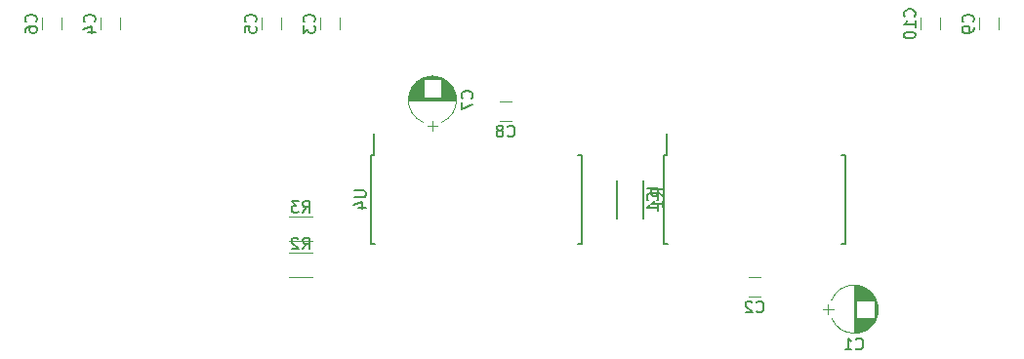
<source format=gbr>
G04 #@! TF.FileFunction,Legend,Bot*
%FSLAX46Y46*%
G04 Gerber Fmt 4.6, Leading zero omitted, Abs format (unit mm)*
G04 Created by KiCad (PCBNEW 4.0.6+dfsg1-1) date Mon Mar  5 09:48:27 2018*
%MOMM*%
%LPD*%
G01*
G04 APERTURE LIST*
%ADD10C,0.100000*%
%ADD11C,0.150000*%
%ADD12C,0.120000*%
G04 APERTURE END LIST*
D10*
D11*
X145160000Y-40575000D02*
X145435000Y-40575000D01*
X145160000Y-48325000D02*
X145525000Y-48325000D01*
X160910000Y-48325000D02*
X160545000Y-48325000D01*
X160910000Y-40575000D02*
X160545000Y-40575000D01*
X145160000Y-40575000D02*
X145160000Y-48325000D01*
X160910000Y-40575000D02*
X160910000Y-48325000D01*
X145435000Y-40575000D02*
X145435000Y-38750000D01*
D12*
X163594361Y-54754089D02*
G75*
G02X159716005Y-54755000I-1939361J779089D01*
G01*
X163594361Y-53195911D02*
G75*
G03X159716005Y-53195000I-1939361J-779089D01*
G01*
X163594361Y-53195911D02*
G75*
G02X163593995Y-54755000I-1939361J-779089D01*
G01*
X161655000Y-56025000D02*
X161655000Y-51925000D01*
X161695000Y-56025000D02*
X161695000Y-51925000D01*
X161735000Y-56024000D02*
X161735000Y-51926000D01*
X161775000Y-56022000D02*
X161775000Y-51928000D01*
X161815000Y-56019000D02*
X161815000Y-51931000D01*
X161855000Y-56016000D02*
X161855000Y-51934000D01*
X161895000Y-56012000D02*
X161895000Y-54755000D01*
X161895000Y-53195000D02*
X161895000Y-51938000D01*
X161935000Y-56007000D02*
X161935000Y-54755000D01*
X161935000Y-53195000D02*
X161935000Y-51943000D01*
X161975000Y-56001000D02*
X161975000Y-54755000D01*
X161975000Y-53195000D02*
X161975000Y-51949000D01*
X162015000Y-55994000D02*
X162015000Y-54755000D01*
X162015000Y-53195000D02*
X162015000Y-51956000D01*
X162055000Y-55987000D02*
X162055000Y-54755000D01*
X162055000Y-53195000D02*
X162055000Y-51963000D01*
X162095000Y-55979000D02*
X162095000Y-54755000D01*
X162095000Y-53195000D02*
X162095000Y-51971000D01*
X162135000Y-55970000D02*
X162135000Y-54755000D01*
X162135000Y-53195000D02*
X162135000Y-51980000D01*
X162175000Y-55960000D02*
X162175000Y-54755000D01*
X162175000Y-53195000D02*
X162175000Y-51990000D01*
X162215000Y-55949000D02*
X162215000Y-54755000D01*
X162215000Y-53195000D02*
X162215000Y-52001000D01*
X162255000Y-55938000D02*
X162255000Y-54755000D01*
X162255000Y-53195000D02*
X162255000Y-52012000D01*
X162295000Y-55925000D02*
X162295000Y-54755000D01*
X162295000Y-53195000D02*
X162295000Y-52025000D01*
X162335000Y-55912000D02*
X162335000Y-54755000D01*
X162335000Y-53195000D02*
X162335000Y-52038000D01*
X162376000Y-55898000D02*
X162376000Y-54755000D01*
X162376000Y-53195000D02*
X162376000Y-52052000D01*
X162416000Y-55882000D02*
X162416000Y-54755000D01*
X162416000Y-53195000D02*
X162416000Y-52068000D01*
X162456000Y-55866000D02*
X162456000Y-54755000D01*
X162456000Y-53195000D02*
X162456000Y-52084000D01*
X162496000Y-55849000D02*
X162496000Y-54755000D01*
X162496000Y-53195000D02*
X162496000Y-52101000D01*
X162536000Y-55831000D02*
X162536000Y-54755000D01*
X162536000Y-53195000D02*
X162536000Y-52119000D01*
X162576000Y-55812000D02*
X162576000Y-54755000D01*
X162576000Y-53195000D02*
X162576000Y-52138000D01*
X162616000Y-55792000D02*
X162616000Y-54755000D01*
X162616000Y-53195000D02*
X162616000Y-52158000D01*
X162656000Y-55771000D02*
X162656000Y-54755000D01*
X162656000Y-53195000D02*
X162656000Y-52179000D01*
X162696000Y-55748000D02*
X162696000Y-54755000D01*
X162696000Y-53195000D02*
X162696000Y-52202000D01*
X162736000Y-55725000D02*
X162736000Y-54755000D01*
X162736000Y-53195000D02*
X162736000Y-52225000D01*
X162776000Y-55700000D02*
X162776000Y-54755000D01*
X162776000Y-53195000D02*
X162776000Y-52250000D01*
X162816000Y-55674000D02*
X162816000Y-54755000D01*
X162816000Y-53195000D02*
X162816000Y-52276000D01*
X162856000Y-55647000D02*
X162856000Y-54755000D01*
X162856000Y-53195000D02*
X162856000Y-52303000D01*
X162896000Y-55618000D02*
X162896000Y-54755000D01*
X162896000Y-53195000D02*
X162896000Y-52332000D01*
X162936000Y-55588000D02*
X162936000Y-54755000D01*
X162936000Y-53195000D02*
X162936000Y-52362000D01*
X162976000Y-55556000D02*
X162976000Y-54755000D01*
X162976000Y-53195000D02*
X162976000Y-52394000D01*
X163016000Y-55522000D02*
X163016000Y-54755000D01*
X163016000Y-53195000D02*
X163016000Y-52428000D01*
X163056000Y-55487000D02*
X163056000Y-54755000D01*
X163056000Y-53195000D02*
X163056000Y-52463000D01*
X163096000Y-55450000D02*
X163096000Y-54755000D01*
X163096000Y-53195000D02*
X163096000Y-52500000D01*
X163136000Y-55411000D02*
X163136000Y-54755000D01*
X163136000Y-53195000D02*
X163136000Y-52539000D01*
X163176000Y-55370000D02*
X163176000Y-54755000D01*
X163176000Y-53195000D02*
X163176000Y-52580000D01*
X163216000Y-55326000D02*
X163216000Y-54755000D01*
X163216000Y-53195000D02*
X163216000Y-52624000D01*
X163256000Y-55280000D02*
X163256000Y-54755000D01*
X163256000Y-53195000D02*
X163256000Y-52670000D01*
X163296000Y-55231000D02*
X163296000Y-54755000D01*
X163296000Y-53195000D02*
X163296000Y-52719000D01*
X163336000Y-55179000D02*
X163336000Y-54755000D01*
X163336000Y-53195000D02*
X163336000Y-52771000D01*
X163376000Y-55123000D02*
X163376000Y-54755000D01*
X163376000Y-53195000D02*
X163376000Y-52827000D01*
X163416000Y-55063000D02*
X163416000Y-54755000D01*
X163416000Y-53195000D02*
X163416000Y-52887000D01*
X163456000Y-54998000D02*
X163456000Y-52952000D01*
X163496000Y-54927000D02*
X163496000Y-53023000D01*
X163536000Y-54849000D02*
X163536000Y-53101000D01*
X163576000Y-54761000D02*
X163576000Y-53189000D01*
X163616000Y-54661000D02*
X163616000Y-53289000D01*
X163656000Y-54542000D02*
X163656000Y-53408000D01*
X163696000Y-54390000D02*
X163696000Y-53560000D01*
X163736000Y-54140000D02*
X163736000Y-53810000D01*
X158955000Y-53975000D02*
X159855000Y-53975000D01*
X159405000Y-54425000D02*
X159405000Y-53525000D01*
X153535000Y-52920000D02*
X152535000Y-52920000D01*
X152535000Y-51220000D02*
X153535000Y-51220000D01*
X96305000Y-29710000D02*
X96305000Y-28710000D01*
X98005000Y-28710000D02*
X98005000Y-29710000D01*
X110275000Y-29710000D02*
X110275000Y-28710000D01*
X111975000Y-28710000D02*
X111975000Y-29710000D01*
X91225000Y-29710000D02*
X91225000Y-28710000D01*
X92925000Y-28710000D02*
X92925000Y-29710000D01*
X131945000Y-37680000D02*
X130945000Y-37680000D01*
X130945000Y-35980000D02*
X131945000Y-35980000D01*
X112665000Y-51235000D02*
X114665000Y-51235000D01*
X114665000Y-49095000D02*
X112665000Y-49095000D01*
X112665000Y-48060000D02*
X114665000Y-48060000D01*
X114665000Y-45920000D02*
X112665000Y-45920000D01*
D11*
X141097000Y-42799000D02*
X141097000Y-46101000D01*
X143383000Y-44450000D02*
X143383000Y-46101000D01*
X143383000Y-44450000D02*
X143383000Y-42799000D01*
D12*
X172505000Y-29710000D02*
X172505000Y-28710000D01*
X174205000Y-28710000D02*
X174205000Y-29710000D01*
X167425000Y-29710000D02*
X167425000Y-28710000D01*
X169125000Y-28710000D02*
X169125000Y-29710000D01*
X115355000Y-29710000D02*
X115355000Y-28710000D01*
X117055000Y-28710000D02*
X117055000Y-29710000D01*
X125874089Y-33890639D02*
G75*
G02X125875000Y-37768995I-779089J-1939361D01*
G01*
X124315911Y-33890639D02*
G75*
G03X124315000Y-37768995I779089J-1939361D01*
G01*
X124315911Y-33890639D02*
G75*
G02X125875000Y-33891005I779089J-1939361D01*
G01*
X127145000Y-35830000D02*
X123045000Y-35830000D01*
X127145000Y-35790000D02*
X123045000Y-35790000D01*
X127144000Y-35750000D02*
X123046000Y-35750000D01*
X127142000Y-35710000D02*
X123048000Y-35710000D01*
X127139000Y-35670000D02*
X123051000Y-35670000D01*
X127136000Y-35630000D02*
X123054000Y-35630000D01*
X127132000Y-35590000D02*
X125875000Y-35590000D01*
X124315000Y-35590000D02*
X123058000Y-35590000D01*
X127127000Y-35550000D02*
X125875000Y-35550000D01*
X124315000Y-35550000D02*
X123063000Y-35550000D01*
X127121000Y-35510000D02*
X125875000Y-35510000D01*
X124315000Y-35510000D02*
X123069000Y-35510000D01*
X127114000Y-35470000D02*
X125875000Y-35470000D01*
X124315000Y-35470000D02*
X123076000Y-35470000D01*
X127107000Y-35430000D02*
X125875000Y-35430000D01*
X124315000Y-35430000D02*
X123083000Y-35430000D01*
X127099000Y-35390000D02*
X125875000Y-35390000D01*
X124315000Y-35390000D02*
X123091000Y-35390000D01*
X127090000Y-35350000D02*
X125875000Y-35350000D01*
X124315000Y-35350000D02*
X123100000Y-35350000D01*
X127080000Y-35310000D02*
X125875000Y-35310000D01*
X124315000Y-35310000D02*
X123110000Y-35310000D01*
X127069000Y-35270000D02*
X125875000Y-35270000D01*
X124315000Y-35270000D02*
X123121000Y-35270000D01*
X127058000Y-35230000D02*
X125875000Y-35230000D01*
X124315000Y-35230000D02*
X123132000Y-35230000D01*
X127045000Y-35190000D02*
X125875000Y-35190000D01*
X124315000Y-35190000D02*
X123145000Y-35190000D01*
X127032000Y-35150000D02*
X125875000Y-35150000D01*
X124315000Y-35150000D02*
X123158000Y-35150000D01*
X127018000Y-35109000D02*
X125875000Y-35109000D01*
X124315000Y-35109000D02*
X123172000Y-35109000D01*
X127002000Y-35069000D02*
X125875000Y-35069000D01*
X124315000Y-35069000D02*
X123188000Y-35069000D01*
X126986000Y-35029000D02*
X125875000Y-35029000D01*
X124315000Y-35029000D02*
X123204000Y-35029000D01*
X126969000Y-34989000D02*
X125875000Y-34989000D01*
X124315000Y-34989000D02*
X123221000Y-34989000D01*
X126951000Y-34949000D02*
X125875000Y-34949000D01*
X124315000Y-34949000D02*
X123239000Y-34949000D01*
X126932000Y-34909000D02*
X125875000Y-34909000D01*
X124315000Y-34909000D02*
X123258000Y-34909000D01*
X126912000Y-34869000D02*
X125875000Y-34869000D01*
X124315000Y-34869000D02*
X123278000Y-34869000D01*
X126891000Y-34829000D02*
X125875000Y-34829000D01*
X124315000Y-34829000D02*
X123299000Y-34829000D01*
X126868000Y-34789000D02*
X125875000Y-34789000D01*
X124315000Y-34789000D02*
X123322000Y-34789000D01*
X126845000Y-34749000D02*
X125875000Y-34749000D01*
X124315000Y-34749000D02*
X123345000Y-34749000D01*
X126820000Y-34709000D02*
X125875000Y-34709000D01*
X124315000Y-34709000D02*
X123370000Y-34709000D01*
X126794000Y-34669000D02*
X125875000Y-34669000D01*
X124315000Y-34669000D02*
X123396000Y-34669000D01*
X126767000Y-34629000D02*
X125875000Y-34629000D01*
X124315000Y-34629000D02*
X123423000Y-34629000D01*
X126738000Y-34589000D02*
X125875000Y-34589000D01*
X124315000Y-34589000D02*
X123452000Y-34589000D01*
X126708000Y-34549000D02*
X125875000Y-34549000D01*
X124315000Y-34549000D02*
X123482000Y-34549000D01*
X126676000Y-34509000D02*
X125875000Y-34509000D01*
X124315000Y-34509000D02*
X123514000Y-34509000D01*
X126642000Y-34469000D02*
X125875000Y-34469000D01*
X124315000Y-34469000D02*
X123548000Y-34469000D01*
X126607000Y-34429000D02*
X125875000Y-34429000D01*
X124315000Y-34429000D02*
X123583000Y-34429000D01*
X126570000Y-34389000D02*
X125875000Y-34389000D01*
X124315000Y-34389000D02*
X123620000Y-34389000D01*
X126531000Y-34349000D02*
X125875000Y-34349000D01*
X124315000Y-34349000D02*
X123659000Y-34349000D01*
X126490000Y-34309000D02*
X125875000Y-34309000D01*
X124315000Y-34309000D02*
X123700000Y-34309000D01*
X126446000Y-34269000D02*
X125875000Y-34269000D01*
X124315000Y-34269000D02*
X123744000Y-34269000D01*
X126400000Y-34229000D02*
X125875000Y-34229000D01*
X124315000Y-34229000D02*
X123790000Y-34229000D01*
X126351000Y-34189000D02*
X125875000Y-34189000D01*
X124315000Y-34189000D02*
X123839000Y-34189000D01*
X126299000Y-34149000D02*
X125875000Y-34149000D01*
X124315000Y-34149000D02*
X123891000Y-34149000D01*
X126243000Y-34109000D02*
X125875000Y-34109000D01*
X124315000Y-34109000D02*
X123947000Y-34109000D01*
X126183000Y-34069000D02*
X125875000Y-34069000D01*
X124315000Y-34069000D02*
X124007000Y-34069000D01*
X126118000Y-34029000D02*
X124072000Y-34029000D01*
X126047000Y-33989000D02*
X124143000Y-33989000D01*
X125969000Y-33949000D02*
X124221000Y-33949000D01*
X125881000Y-33909000D02*
X124309000Y-33909000D01*
X125781000Y-33869000D02*
X124409000Y-33869000D01*
X125662000Y-33829000D02*
X124528000Y-33829000D01*
X125510000Y-33789000D02*
X124680000Y-33789000D01*
X125260000Y-33749000D02*
X124930000Y-33749000D01*
X125095000Y-38530000D02*
X125095000Y-37630000D01*
X125545000Y-38080000D02*
X124645000Y-38080000D01*
D11*
X119780000Y-40575000D02*
X120030000Y-40575000D01*
X119780000Y-48325000D02*
X120125000Y-48325000D01*
X138030000Y-48325000D02*
X137685000Y-48325000D01*
X138030000Y-40575000D02*
X137685000Y-40575000D01*
X119780000Y-40575000D02*
X119780000Y-48325000D01*
X138030000Y-40575000D02*
X138030000Y-48325000D01*
X120030000Y-40575000D02*
X120030000Y-38750000D01*
X144687381Y-43473810D02*
X143687381Y-43473810D01*
X144592143Y-44521429D02*
X144639762Y-44473810D01*
X144687381Y-44330953D01*
X144687381Y-44235715D01*
X144639762Y-44092857D01*
X144544524Y-43997619D01*
X144449286Y-43950000D01*
X144258810Y-43902381D01*
X144115952Y-43902381D01*
X143925476Y-43950000D01*
X143830238Y-43997619D01*
X143735000Y-44092857D01*
X143687381Y-44235715D01*
X143687381Y-44330953D01*
X143735000Y-44473810D01*
X143782619Y-44521429D01*
X144687381Y-45473810D02*
X144687381Y-44902381D01*
X144687381Y-45188095D02*
X143687381Y-45188095D01*
X143830238Y-45092857D01*
X143925476Y-44997619D01*
X143973095Y-44902381D01*
X161821666Y-57392143D02*
X161869285Y-57439762D01*
X162012142Y-57487381D01*
X162107380Y-57487381D01*
X162250238Y-57439762D01*
X162345476Y-57344524D01*
X162393095Y-57249286D01*
X162440714Y-57058810D01*
X162440714Y-56915952D01*
X162393095Y-56725476D01*
X162345476Y-56630238D01*
X162250238Y-56535000D01*
X162107380Y-56487381D01*
X162012142Y-56487381D01*
X161869285Y-56535000D01*
X161821666Y-56582619D01*
X160869285Y-57487381D02*
X161440714Y-57487381D01*
X161155000Y-57487381D02*
X161155000Y-56487381D01*
X161250238Y-56630238D01*
X161345476Y-56725476D01*
X161440714Y-56773095D01*
X153201666Y-54177143D02*
X153249285Y-54224762D01*
X153392142Y-54272381D01*
X153487380Y-54272381D01*
X153630238Y-54224762D01*
X153725476Y-54129524D01*
X153773095Y-54034286D01*
X153820714Y-53843810D01*
X153820714Y-53700952D01*
X153773095Y-53510476D01*
X153725476Y-53415238D01*
X153630238Y-53320000D01*
X153487380Y-53272381D01*
X153392142Y-53272381D01*
X153249285Y-53320000D01*
X153201666Y-53367619D01*
X152820714Y-53367619D02*
X152773095Y-53320000D01*
X152677857Y-53272381D01*
X152439761Y-53272381D01*
X152344523Y-53320000D01*
X152296904Y-53367619D01*
X152249285Y-53462857D01*
X152249285Y-53558095D01*
X152296904Y-53700952D01*
X152868333Y-54272381D01*
X152249285Y-54272381D01*
X95762143Y-29043334D02*
X95809762Y-28995715D01*
X95857381Y-28852858D01*
X95857381Y-28757620D01*
X95809762Y-28614762D01*
X95714524Y-28519524D01*
X95619286Y-28471905D01*
X95428810Y-28424286D01*
X95285952Y-28424286D01*
X95095476Y-28471905D01*
X95000238Y-28519524D01*
X94905000Y-28614762D01*
X94857381Y-28757620D01*
X94857381Y-28852858D01*
X94905000Y-28995715D01*
X94952619Y-29043334D01*
X95190714Y-29900477D02*
X95857381Y-29900477D01*
X94809762Y-29662381D02*
X95524048Y-29424286D01*
X95524048Y-30043334D01*
X109732143Y-29043334D02*
X109779762Y-28995715D01*
X109827381Y-28852858D01*
X109827381Y-28757620D01*
X109779762Y-28614762D01*
X109684524Y-28519524D01*
X109589286Y-28471905D01*
X109398810Y-28424286D01*
X109255952Y-28424286D01*
X109065476Y-28471905D01*
X108970238Y-28519524D01*
X108875000Y-28614762D01*
X108827381Y-28757620D01*
X108827381Y-28852858D01*
X108875000Y-28995715D01*
X108922619Y-29043334D01*
X108827381Y-29948096D02*
X108827381Y-29471905D01*
X109303571Y-29424286D01*
X109255952Y-29471905D01*
X109208333Y-29567143D01*
X109208333Y-29805239D01*
X109255952Y-29900477D01*
X109303571Y-29948096D01*
X109398810Y-29995715D01*
X109636905Y-29995715D01*
X109732143Y-29948096D01*
X109779762Y-29900477D01*
X109827381Y-29805239D01*
X109827381Y-29567143D01*
X109779762Y-29471905D01*
X109732143Y-29424286D01*
X90682143Y-29043334D02*
X90729762Y-28995715D01*
X90777381Y-28852858D01*
X90777381Y-28757620D01*
X90729762Y-28614762D01*
X90634524Y-28519524D01*
X90539286Y-28471905D01*
X90348810Y-28424286D01*
X90205952Y-28424286D01*
X90015476Y-28471905D01*
X89920238Y-28519524D01*
X89825000Y-28614762D01*
X89777381Y-28757620D01*
X89777381Y-28852858D01*
X89825000Y-28995715D01*
X89872619Y-29043334D01*
X89777381Y-29900477D02*
X89777381Y-29710000D01*
X89825000Y-29614762D01*
X89872619Y-29567143D01*
X90015476Y-29471905D01*
X90205952Y-29424286D01*
X90586905Y-29424286D01*
X90682143Y-29471905D01*
X90729762Y-29519524D01*
X90777381Y-29614762D01*
X90777381Y-29805239D01*
X90729762Y-29900477D01*
X90682143Y-29948096D01*
X90586905Y-29995715D01*
X90348810Y-29995715D01*
X90253571Y-29948096D01*
X90205952Y-29900477D01*
X90158333Y-29805239D01*
X90158333Y-29614762D01*
X90205952Y-29519524D01*
X90253571Y-29471905D01*
X90348810Y-29424286D01*
X131611666Y-38937143D02*
X131659285Y-38984762D01*
X131802142Y-39032381D01*
X131897380Y-39032381D01*
X132040238Y-38984762D01*
X132135476Y-38889524D01*
X132183095Y-38794286D01*
X132230714Y-38603810D01*
X132230714Y-38460952D01*
X132183095Y-38270476D01*
X132135476Y-38175238D01*
X132040238Y-38080000D01*
X131897380Y-38032381D01*
X131802142Y-38032381D01*
X131659285Y-38080000D01*
X131611666Y-38127619D01*
X131040238Y-38460952D02*
X131135476Y-38413333D01*
X131183095Y-38365714D01*
X131230714Y-38270476D01*
X131230714Y-38222857D01*
X131183095Y-38127619D01*
X131135476Y-38080000D01*
X131040238Y-38032381D01*
X130849761Y-38032381D01*
X130754523Y-38080000D01*
X130706904Y-38127619D01*
X130659285Y-38222857D01*
X130659285Y-38270476D01*
X130706904Y-38365714D01*
X130754523Y-38413333D01*
X130849761Y-38460952D01*
X131040238Y-38460952D01*
X131135476Y-38508571D01*
X131183095Y-38556190D01*
X131230714Y-38651429D01*
X131230714Y-38841905D01*
X131183095Y-38937143D01*
X131135476Y-38984762D01*
X131040238Y-39032381D01*
X130849761Y-39032381D01*
X130754523Y-38984762D01*
X130706904Y-38937143D01*
X130659285Y-38841905D01*
X130659285Y-38651429D01*
X130706904Y-38556190D01*
X130754523Y-38508571D01*
X130849761Y-38460952D01*
X113831666Y-48767381D02*
X114165000Y-48291190D01*
X114403095Y-48767381D02*
X114403095Y-47767381D01*
X114022142Y-47767381D01*
X113926904Y-47815000D01*
X113879285Y-47862619D01*
X113831666Y-47957857D01*
X113831666Y-48100714D01*
X113879285Y-48195952D01*
X113926904Y-48243571D01*
X114022142Y-48291190D01*
X114403095Y-48291190D01*
X113450714Y-47862619D02*
X113403095Y-47815000D01*
X113307857Y-47767381D01*
X113069761Y-47767381D01*
X112974523Y-47815000D01*
X112926904Y-47862619D01*
X112879285Y-47957857D01*
X112879285Y-48053095D01*
X112926904Y-48195952D01*
X113498333Y-48767381D01*
X112879285Y-48767381D01*
X113831666Y-45592381D02*
X114165000Y-45116190D01*
X114403095Y-45592381D02*
X114403095Y-44592381D01*
X114022142Y-44592381D01*
X113926904Y-44640000D01*
X113879285Y-44687619D01*
X113831666Y-44782857D01*
X113831666Y-44925714D01*
X113879285Y-45020952D01*
X113926904Y-45068571D01*
X114022142Y-45116190D01*
X114403095Y-45116190D01*
X113498333Y-44592381D02*
X112879285Y-44592381D01*
X113212619Y-44973333D01*
X113069761Y-44973333D01*
X112974523Y-45020952D01*
X112926904Y-45068571D01*
X112879285Y-45163810D01*
X112879285Y-45401905D01*
X112926904Y-45497143D01*
X112974523Y-45544762D01*
X113069761Y-45592381D01*
X113355476Y-45592381D01*
X113450714Y-45544762D01*
X113498333Y-45497143D01*
X145092681Y-44184274D02*
X144616490Y-43850940D01*
X145092681Y-43612845D02*
X144092681Y-43612845D01*
X144092681Y-43993798D01*
X144140300Y-44089036D01*
X144187919Y-44136655D01*
X144283157Y-44184274D01*
X144426014Y-44184274D01*
X144521252Y-44136655D01*
X144568871Y-44089036D01*
X144616490Y-43993798D01*
X144616490Y-43612845D01*
X145092681Y-45136655D02*
X145092681Y-44565226D01*
X145092681Y-44850940D02*
X144092681Y-44850940D01*
X144235538Y-44755702D01*
X144330776Y-44660464D01*
X144378395Y-44565226D01*
X171962143Y-29043334D02*
X172009762Y-28995715D01*
X172057381Y-28852858D01*
X172057381Y-28757620D01*
X172009762Y-28614762D01*
X171914524Y-28519524D01*
X171819286Y-28471905D01*
X171628810Y-28424286D01*
X171485952Y-28424286D01*
X171295476Y-28471905D01*
X171200238Y-28519524D01*
X171105000Y-28614762D01*
X171057381Y-28757620D01*
X171057381Y-28852858D01*
X171105000Y-28995715D01*
X171152619Y-29043334D01*
X172057381Y-29519524D02*
X172057381Y-29710000D01*
X172009762Y-29805239D01*
X171962143Y-29852858D01*
X171819286Y-29948096D01*
X171628810Y-29995715D01*
X171247857Y-29995715D01*
X171152619Y-29948096D01*
X171105000Y-29900477D01*
X171057381Y-29805239D01*
X171057381Y-29614762D01*
X171105000Y-29519524D01*
X171152619Y-29471905D01*
X171247857Y-29424286D01*
X171485952Y-29424286D01*
X171581190Y-29471905D01*
X171628810Y-29519524D01*
X171676429Y-29614762D01*
X171676429Y-29805239D01*
X171628810Y-29900477D01*
X171581190Y-29948096D01*
X171485952Y-29995715D01*
X166882143Y-28567143D02*
X166929762Y-28519524D01*
X166977381Y-28376667D01*
X166977381Y-28281429D01*
X166929762Y-28138571D01*
X166834524Y-28043333D01*
X166739286Y-27995714D01*
X166548810Y-27948095D01*
X166405952Y-27948095D01*
X166215476Y-27995714D01*
X166120238Y-28043333D01*
X166025000Y-28138571D01*
X165977381Y-28281429D01*
X165977381Y-28376667D01*
X166025000Y-28519524D01*
X166072619Y-28567143D01*
X166977381Y-29519524D02*
X166977381Y-28948095D01*
X166977381Y-29233809D02*
X165977381Y-29233809D01*
X166120238Y-29138571D01*
X166215476Y-29043333D01*
X166263095Y-28948095D01*
X165977381Y-30138571D02*
X165977381Y-30233810D01*
X166025000Y-30329048D01*
X166072619Y-30376667D01*
X166167857Y-30424286D01*
X166358333Y-30471905D01*
X166596429Y-30471905D01*
X166786905Y-30424286D01*
X166882143Y-30376667D01*
X166929762Y-30329048D01*
X166977381Y-30233810D01*
X166977381Y-30138571D01*
X166929762Y-30043333D01*
X166882143Y-29995714D01*
X166786905Y-29948095D01*
X166596429Y-29900476D01*
X166358333Y-29900476D01*
X166167857Y-29948095D01*
X166072619Y-29995714D01*
X166025000Y-30043333D01*
X165977381Y-30138571D01*
X114812143Y-29043334D02*
X114859762Y-28995715D01*
X114907381Y-28852858D01*
X114907381Y-28757620D01*
X114859762Y-28614762D01*
X114764524Y-28519524D01*
X114669286Y-28471905D01*
X114478810Y-28424286D01*
X114335952Y-28424286D01*
X114145476Y-28471905D01*
X114050238Y-28519524D01*
X113955000Y-28614762D01*
X113907381Y-28757620D01*
X113907381Y-28852858D01*
X113955000Y-28995715D01*
X114002619Y-29043334D01*
X113907381Y-29376667D02*
X113907381Y-29995715D01*
X114288333Y-29662381D01*
X114288333Y-29805239D01*
X114335952Y-29900477D01*
X114383571Y-29948096D01*
X114478810Y-29995715D01*
X114716905Y-29995715D01*
X114812143Y-29948096D01*
X114859762Y-29900477D01*
X114907381Y-29805239D01*
X114907381Y-29519524D01*
X114859762Y-29424286D01*
X114812143Y-29376667D01*
X128512143Y-35663334D02*
X128559762Y-35615715D01*
X128607381Y-35472858D01*
X128607381Y-35377620D01*
X128559762Y-35234762D01*
X128464524Y-35139524D01*
X128369286Y-35091905D01*
X128178810Y-35044286D01*
X128035952Y-35044286D01*
X127845476Y-35091905D01*
X127750238Y-35139524D01*
X127655000Y-35234762D01*
X127607381Y-35377620D01*
X127607381Y-35472858D01*
X127655000Y-35615715D01*
X127702619Y-35663334D01*
X127607381Y-35996667D02*
X127607381Y-36663334D01*
X128607381Y-36234762D01*
X118307381Y-43688095D02*
X119116905Y-43688095D01*
X119212143Y-43735714D01*
X119259762Y-43783333D01*
X119307381Y-43878571D01*
X119307381Y-44069048D01*
X119259762Y-44164286D01*
X119212143Y-44211905D01*
X119116905Y-44259524D01*
X118307381Y-44259524D01*
X118640714Y-45164286D02*
X119307381Y-45164286D01*
X118259762Y-44926190D02*
X118974048Y-44688095D01*
X118974048Y-45307143D01*
M02*

</source>
